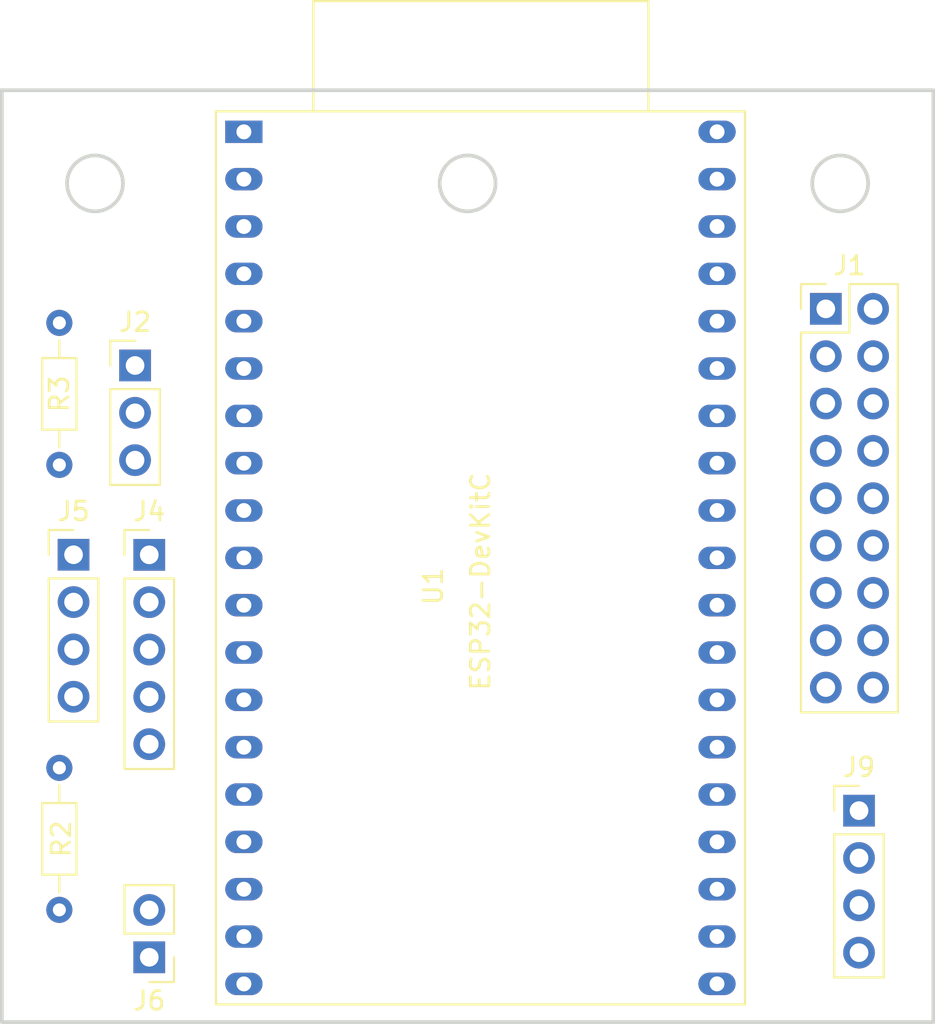
<source format=kicad_pcb>
(kicad_pcb (version 20221018) (generator pcbnew)
  (layers (0 "F.Cu" signal) (31 "B.Cu" signal) (34 "B.Paste" user) (35 "F.Paste" user) (36 "B.SilkS" user "B.Silkscreen") (37 "F.SilkS" user "F.Silkscreen") (38 "B.Mask" user) (39 "F.Mask" user) (44 "Edge.Cuts" user))
  (net 0 "")
  (net 13 "GND")
  (net 14 "+5V")
  (net 15 "+3.3V")
  (net 16 "SIOC")
  (net 17 "SIOD")
  (net 18 "VSYNC")
  (net 19 "HREF")
  (net 20 "PCLK")
  (net 21 "XCLK")
  (net 22 "D7")
  (net 23 "D6")
  (net 24 "D5")
  (net 25 "D4")
  (net 26 "D3")
  (net 27 "D2")
  (net 28 "D1")
  (net 29 "D0")
  (net 30 "RESET")
  (net 31 "PWON")
  (net 32 "SERVO0")
  (net 33 "SCL")
  (net 34 "SDA")
  (net 35 "HBRIDGE1")
  (net 36 "HBRIDGE2")
  (footprint "Resistor_THT:R_Axial_DIN0204_L3.6mm_D1.6mm_P7.62mm_Horizontal" (layer "F.Cu") (at 53.086 93.98 90)
    (fp_text reference "R2" (at 3.81 0.102 90) (layer "F.SilkS"))
    (fp_text value "10k" hide)
    (fp_line (start 0.94 0) (end 1.89 0) (stroke (width 0.12)) (layer "F.SilkS"))
    (fp_line (start 1.89 -0.92) (end 1.89 0.92) (stroke (width 0.12)) (layer "F.SilkS"))
    (fp_line (start 1.89 0.92) (end 5.73 0.92) (stroke (width 0.12)) (layer "F.SilkS"))
    (fp_line (start 5.73 -0.92) (end 1.89 -0.92) (stroke (width 0.12)) (layer "F.SilkS"))
    (fp_line (start 5.73 0.92) (end 5.73 -0.92) (stroke (width 0.12)) (layer "F.SilkS"))
    (fp_line (start 6.68 0) (end 5.73 0) (stroke (width 0.12)) (layer "F.SilkS"))
    (pad "1" thru_hole circle (at 0 0 90) (size 1.4 1.4) (drill 0.7) (layers "*.Cu" "*.Mask") (net 15 "+3.3V"))
    (pad "2" thru_hole oval (at 7.62 0 90) (size 1.4 1.4) (drill 0.7) (layers "*.Cu" "*.Mask") (net 34 "SDA"))
  )
  (footprint "Connector_PinHeader_2.54mm:PinHeader_1x02_P2.54mm_Vertical" (layer "F.Cu") (at 57.912 96.525 180)
    (fp_text reference "J6" (at 0 -2.33) (layer "F.SilkS"))
    (fp_text value "Source" hide)
    (fp_line (start -1.33 -1.33) (end 0 -1.33) (stroke (width 0.12)) (layer "F.SilkS"))
    (fp_line (start -1.33 0) (end -1.33 -1.33) (stroke (width 0.12)) (layer "F.SilkS"))
    (fp_line (start -1.33 1.27) (end -1.33 3.87) (stroke (width 0.12)) (layer "F.SilkS"))
    (fp_line (start -1.33 1.27) (end 1.33 1.27) (stroke (width 0.12)) (layer "F.SilkS"))
    (fp_line (start -1.33 3.87) (end 1.33 3.87) (stroke (width 0.12)) (layer "F.SilkS"))
    (fp_line (start 1.33 1.27) (end 1.33 3.87) (stroke (width 0.12)) (layer "F.SilkS"))
    (pad "1" thru_hole rect (at 0 0 180) (size 1.7 1.7) (drill 1) (layers "*.Cu" "*.Mask") (net 14 "+5V"))
    (pad "2" thru_hole oval (at 0 2.54 180) (size 1.7 1.7) (drill 1) (layers "*.Cu" "*.Mask") (net 13 "GND"))
  )
  (footprint "Resistor_THT:R_Axial_DIN0204_L3.6mm_D1.6mm_P7.62mm_Horizontal" (layer "F.Cu") (at 53.086 62.484 -90)
    (fp_text reference "R3" (at 3.81 0 90) (layer "F.SilkS"))
    (fp_text value "10k" hide)
    (fp_line (start 0.94 0) (end 1.89 0) (stroke (width 0.12)) (layer "F.SilkS"))
    (fp_line (start 1.89 -0.92) (end 1.89 0.92) (stroke (width 0.12)) (layer "F.SilkS"))
    (fp_line (start 1.89 0.92) (end 5.73 0.92) (stroke (width 0.12)) (layer "F.SilkS"))
    (fp_line (start 5.73 -0.92) (end 1.89 -0.92) (stroke (width 0.12)) (layer "F.SilkS"))
    (fp_line (start 5.73 0.92) (end 5.73 -0.92) (stroke (width 0.12)) (layer "F.SilkS"))
    (fp_line (start 6.68 0) (end 5.73 0) (stroke (width 0.12)) (layer "F.SilkS"))
    (pad "1" thru_hole circle (at 0 0 270) (size 1.4 1.4) (drill 0.7) (layers "*.Cu" "*.Mask") (net 15 "+3.3V"))
    (pad "2" thru_hole oval (at 7.62 0 270) (size 1.4 1.4) (drill 0.7) (layers "*.Cu" "*.Mask") (net 33 "SCL"))
  )
  (footprint "ESP:ESP32-DevKitC" (layer "F.Cu") (at 62.992 52.23256)
    (fp_text reference "U1" (at 10.16 24.384 90) (layer "F.SilkS"))
    (fp_text value "ESP32-DevKitC" (at 12.7 24.13 90) (layer "F.SilkS"))
    (fp_line (start -1.5 46.82) (end 26.899999 46.82) (stroke (width 0.12)) (layer "F.SilkS"))
    (fp_line (start -1.499999 -1.1) (end -1.5 46.82) (stroke (width 0.12)) (layer "F.SilkS"))
    (fp_line (start 3.73012 -7.01312) (end 21.71332 -7.01312) (stroke (width 0.12)) (layer "F.SilkS"))
    (fp_line (start 3.73012 -1.12032) (end 3.73012 -7.01312) (stroke (width 0.12)) (layer "F.SilkS"))
    (fp_line (start 21.71332 -7.01312) (end 21.71332 -1.12032) (stroke (width 0.12)) (layer "F.SilkS"))
    (fp_line (start 26.899999 46.82) (end 26.9 -1.1) (stroke (width 0.12)) (layer "F.SilkS"))
    (fp_line (start 26.9 -1.1) (end -1.499999 -1.1) (stroke (width 0.12)) (layer "F.SilkS"))
    (pad "1" thru_hole rect (at 0 0 270) (size 1.2 2) (drill 0.8) (layers "*.Cu" "*.Mask") (net 15 "+3.3V"))
    (pad "2" thru_hole oval (at 0 2.54 270) (size 1.2 2) (drill 0.8) (layers "*.Cu" "*.Mask"))
    (pad "3" thru_hole oval (at 0 5.08 270) (size 1.2 2) (drill 0.8) (layers "*.Cu" "*.Mask") (net 25 "D4"))
    (pad "4" thru_hole oval (at 0 7.62 270) (size 1.2 2) (drill 0.8) (layers "*.Cu" "*.Mask") (net 24 "D5"))
    (pad "5" thru_hole oval (at 0 10.16 270) (size 1.2 2) (drill 0.8) (layers "*.Cu" "*.Mask") (net 23 "D6"))
    (pad "6" thru_hole oval (at 0 12.7 270) (size 1.2 2) (drill 0.8) (layers "*.Cu" "*.Mask") (net 22 "D7"))
    (pad "7" thru_hole oval (at 0 15.24 270) (size 1.2 2) (drill 0.8) (layers "*.Cu" "*.Mask") (net 31 "PWON"))
    (pad "8" thru_hole oval (at 0 17.78 270) (size 1.2 2) (drill 0.8) (layers "*.Cu" "*.Mask") (net 32 "SERVO0"))
    (pad "9" thru_hole oval (at 0 20.32 270) (size 1.2 2) (drill 0.8) (layers "*.Cu" "*.Mask") (net 18 "VSYNC"))
    (pad "10" thru_hole oval (at 0 22.86 270) (size 1.2 2) (drill 0.8) (layers "*.Cu" "*.Mask") (net 17 "SIOD"))
    (pad "11" thru_hole oval (at 0 25.4 270) (size 1.2 2) (drill 0.8) (layers "*.Cu" "*.Mask") (net 16 "SIOC"))
    (pad "12" thru_hole oval (at 0 27.94 270) (size 1.2 2) (drill 0.8) (layers "*.Cu" "*.Mask") (net 33 "SCL"))
    (pad "13" thru_hole oval (at 0 30.48 270) (size 1.2 2) (drill 0.8) (layers "*.Cu" "*.Mask") (net 34 "SDA"))
    (pad "14" thru_hole oval (at 0 33.02 270) (size 1.2 2) (drill 0.8) (layers "*.Cu" "*.Mask") (net 13 "GND"))
    (pad "15" thru_hole oval (at 0 35.56 270) (size 1.2 2) (drill 0.8) (layers "*.Cu" "*.Mask") (net 21 "XCLK"))
    (pad "16" thru_hole oval (at 0 38.1 270) (size 1.2 2) (drill 0.8) (layers "*.Cu" "*.Mask"))
    (pad "17" thru_hole oval (at 0 40.64 270) (size 1.2 2) (drill 0.8) (layers "*.Cu" "*.Mask"))
    (pad "18" thru_hole oval (at 0 43.18 270) (size 1.2 2) (drill 0.8) (layers "*.Cu" "*.Mask"))
    (pad "19" thru_hole oval (at 0 45.72 270) (size 1.2 2) (drill 0.8) (layers "*.Cu" "*.Mask") (net 14 "+5V"))
    (pad "20" thru_hole oval (at 25.39632 45.71728 270) (size 1.2 2) (drill 0.8) (layers "*.Cu" "*.Mask"))
    (pad "21" thru_hole oval (at 25.39632 43.17728 270) (size 1.2 2) (drill 0.8) (layers "*.Cu" "*.Mask"))
    (pad "22" thru_hole oval (at 25.4 40.64 270) (size 1.2 2) (drill 0.8) (layers "*.Cu" "*.Mask"))
    (pad "23" thru_hole oval (at 25.4 38.1 270) (size 1.2 2) (drill 0.8) (layers "*.Cu" "*.Mask"))
    (pad "24" thru_hole oval (at 25.4 35.56 270) (size 1.2 2) (drill 0.8) (layers "*.Cu" "*.Mask"))
    (pad "25" thru_hole oval (at 25.4 33.02 270) (size 1.2 2) (drill 0.8) (layers "*.Cu" "*.Mask"))
    (pad "26" thru_hole oval (at 25.4 30.48 270) (size 1.2 2) (drill 0.8) (layers "*.Cu" "*.Mask"))
    (pad "27" thru_hole oval (at 25.4 27.94 270) (size 1.2 2) (drill 0.8) (layers "*.Cu" "*.Mask") (net 35 "HBRIDGE1"))
    (pad "28" thru_hole oval (at 25.4 25.4 270) (size 1.2 2) (drill 0.8) (layers "*.Cu" "*.Mask") (net 36 "HBRIDGE2"))
    (pad "29" thru_hole oval (at 25.4 22.86 270) (size 1.2 2) (drill 0.8) (layers "*.Cu" "*.Mask") (net 29 "D0"))
    (pad "30" thru_hole oval (at 25.4 20.32 270) (size 1.2 2) (drill 0.8) (layers "*.Cu" "*.Mask") (net 28 "D1"))
    (pad "31" thru_hole oval (at 25.4 17.78 270) (size 1.2 2) (drill 0.8) (layers "*.Cu" "*.Mask") (net 27 "D2"))
    (pad "32" thru_hole oval (at 25.4 15.24 270) (size 1.2 2) (drill 0.8) (layers "*.Cu" "*.Mask") (net 13 "GND"))
    (pad "33" thru_hole oval (at 25.4 12.7 270) (size 1.2 2) (drill 0.8) (layers "*.Cu" "*.Mask") (net 26 "D3"))
    (pad "34" thru_hole oval (at 25.4 10.16 270) (size 1.2 2) (drill 0.8) (layers "*.Cu" "*.Mask"))
    (pad "35" thru_hole oval (at 25.4 7.62 270) (size 1.2 2) (drill 0.8) (layers "*.Cu" "*.Mask"))
    (pad "36" thru_hole oval (at 25.4 5.08 270) (size 1.2 2) (drill 0.8) (layers "*.Cu" "*.Mask") (net 20 "PCLK"))
    (pad "37" thru_hole oval (at 25.4 2.54 270) (size 1.2 2) (drill 0.8) (layers "*.Cu" "*.Mask") (net 19 "HREF"))
    (pad "38" thru_hole oval (at 25.4 0 270) (size 1.2 2) (drill 0.8) (layers "*.Cu" "*.Mask") (net 13 "GND"))
  )
  (footprint "Connector_PinHeader_2.54mm:PinHeader_1x04_P2.54mm_Vertical" (layer "F.Cu") (at 96.012 88.656)
    (fp_text reference "J9" (at 0 -2.33) (layer "F.SilkS"))
    (fp_text value "H Bridge" hide)
    (fp_line (start -1.33 -1.33) (end 0 -1.33) (stroke (width 0.12)) (layer "F.SilkS"))
    (fp_line (start -1.33 0) (end -1.33 -1.33) (stroke (width 0.12)) (layer "F.SilkS"))
    (fp_line (start -1.33 1.27) (end -1.33 8.95) (stroke (width 0.12)) (layer "F.SilkS"))
    (fp_line (start -1.33 1.27) (end 1.33 1.27) (stroke (width 0.12)) (layer "F.SilkS"))
    (fp_line (start -1.33 8.95) (end 1.33 8.95) (stroke (width 0.12)) (layer "F.SilkS"))
    (fp_line (start 1.33 1.27) (end 1.33 8.95) (stroke (width 0.12)) (layer "F.SilkS"))
    (pad "1" thru_hole rect (at 0 0) (size 1.7 1.7) (drill 1) (layers "*.Cu" "*.Mask") (net 15 "+3.3V"))
    (pad "2" thru_hole oval (at 0 2.54) (size 1.7 1.7) (drill 1) (layers "*.Cu" "*.Mask") (net 36 "HBRIDGE2"))
    (pad "3" thru_hole oval (at 0 5.08) (size 1.7 1.7) (drill 1) (layers "*.Cu" "*.Mask") (net 35 "HBRIDGE1"))
    (pad "4" thru_hole oval (at 0 7.62) (size 1.7 1.7) (drill 1) (layers "*.Cu" "*.Mask") (net 13 "GND"))
  )
  (footprint "Connector_PinHeader_2.54mm:PinHeader_1x04_P2.54mm_Vertical" (layer "F.Cu") (at 53.848 74.925)
    (fp_text reference "J5" (at 0 -2.33) (layer "F.SilkS"))
    (fp_text value "BME" hide)
    (fp_line (start -1.33 -1.33) (end 0 -1.33) (stroke (width 0.12)) (layer "F.SilkS"))
    (fp_line (start -1.33 0) (end -1.33 -1.33) (stroke (width 0.12)) (layer "F.SilkS"))
    (fp_line (start -1.33 1.27) (end -1.33 8.95) (stroke (width 0.12)) (layer "F.SilkS"))
    (fp_line (start -1.33 1.27) (end 1.33 1.27) (stroke (width 0.12)) (layer "F.SilkS"))
    (fp_line (start -1.33 8.95) (end 1.33 8.95) (stroke (width 0.12)) (layer "F.SilkS"))
    (fp_line (start 1.33 1.27) (end 1.33 8.95) (stroke (width 0.12)) (layer "F.SilkS"))
    (pad "1" thru_hole rect (at 0 0) (size 1.7 1.7) (drill 1) (layers "*.Cu" "*.Mask") (net 15 "+3.3V"))
    (pad "2" thru_hole oval (at 0 2.54) (size 1.7 1.7) (drill 1) (layers "*.Cu" "*.Mask") (net 13 "GND"))
    (pad "3" thru_hole oval (at 0 5.08) (size 1.7 1.7) (drill 1) (layers "*.Cu" "*.Mask") (net 33 "SCL"))
    (pad "4" thru_hole oval (at 0 7.62) (size 1.7 1.7) (drill 1) (layers "*.Cu" "*.Mask") (net 34 "SDA"))
  )
  (footprint "Connector_PinHeader_2.54mm:PinHeader_1x05_P2.54mm_Vertical" (layer "F.Cu") (at 57.912 74.93)
    (fp_text reference "J4" (at 0 -2.33) (layer "F.SilkS"))
    (fp_text value "ADS1115" hide)
    (fp_line (start -1.33 -1.33) (end 0 -1.33) (stroke (width 0.12)) (layer "F.SilkS"))
    (fp_line (start -1.33 0) (end -1.33 -1.33) (stroke (width 0.12)) (layer "F.SilkS"))
    (fp_line (start -1.33 1.27) (end -1.33 11.49) (stroke (width 0.12)) (layer "F.SilkS"))
    (fp_line (start -1.33 1.27) (end 1.33 1.27) (stroke (width 0.12)) (layer "F.SilkS"))
    (fp_line (start -1.33 11.49) (end 1.33 11.49) (stroke (width 0.12)) (layer "F.SilkS"))
    (fp_line (start 1.33 1.27) (end 1.33 11.49) (stroke (width 0.12)) (layer "F.SilkS"))
    (pad "1" thru_hole rect (at 0 0) (size 1.7 1.7) (drill 1) (layers "*.Cu" "*.Mask") (net 15 "+3.3V"))
    (pad "2" thru_hole oval (at 0 2.54) (size 1.7 1.7) (drill 1) (layers "*.Cu" "*.Mask") (net 13 "GND"))
    (pad "3" thru_hole oval (at 0 5.08) (size 1.7 1.7) (drill 1) (layers "*.Cu" "*.Mask") (net 33 "SCL"))
    (pad "4" thru_hole oval (at 0 7.62) (size 1.7 1.7) (drill 1) (layers "*.Cu" "*.Mask") (net 34 "SDA"))
    (pad "5" thru_hole oval (at 0 10.16) (size 1.7 1.7) (drill 1) (layers "*.Cu" "*.Mask") (net 13 "GND"))
  )
  (footprint "Connector_PinHeader_2.54mm:PinHeader_2x09_P2.54mm_Vertical" (layer "F.Cu") (at 94.229 61.732)
    (fp_text reference "J1" (at 1.27 -2.33) (layer "F.SilkS"))
    (fp_text value "CAM" hide)
    (fp_line (start -1.33 -1.33) (end 0 -1.33) (stroke (width 0.12)) (layer "F.SilkS"))
    (fp_line (start -1.33 0) (end -1.33 -1.33) (stroke (width 0.12)) (layer "F.SilkS"))
    (fp_line (start -1.33 1.27) (end -1.33 21.65) (stroke (width 0.12)) (layer "F.SilkS"))
    (fp_line (start -1.33 1.27) (end 1.27 1.27) (stroke (width 0.12)) (layer "F.SilkS"))
    (fp_line (start -1.33 21.65) (end 3.87 21.65) (stroke (width 0.12)) (layer "F.SilkS"))
    (fp_line (start 1.27 -1.33) (end 3.87 -1.33) (stroke (width 0.12)) (layer "F.SilkS"))
    (fp_line (start 1.27 1.27) (end 1.27 -1.33) (stroke (width 0.12)) (layer "F.SilkS"))
    (fp_line (start 3.87 -1.33) (end 3.87 21.65) (stroke (width 0.12)) (layer "F.SilkS"))
    (pad "1" thru_hole rect (at 0 0) (size 1.7 1.7) (drill 1) (layers "*.Cu" "*.Mask") (net 15 "+3.3V"))
    (pad "2" thru_hole oval (at 2.54 0) (size 1.7 1.7) (drill 1) (layers "*.Cu" "*.Mask") (net 13 "GND"))
    (pad "3" thru_hole oval (at 0 2.54) (size 1.7 1.7) (drill 1) (layers "*.Cu" "*.Mask") (net 16 "SIOC"))
    (pad "4" thru_hole oval (at 2.54 2.54) (size 1.7 1.7) (drill 1) (layers "*.Cu" "*.Mask") (net 17 "SIOD"))
    (pad "5" thru_hole oval (at 0 5.08) (size 1.7 1.7) (drill 1) (layers "*.Cu" "*.Mask") (net 18 "VSYNC"))
    (pad "6" thru_hole oval (at 2.54 5.08) (size 1.7 1.7) (drill 1) (layers "*.Cu" "*.Mask") (net 19 "HREF"))
    (pad "7" thru_hole oval (at 0 7.62) (size 1.7 1.7) (drill 1) (layers "*.Cu" "*.Mask") (net 20 "PCLK"))
    (pad "8" thru_hole oval (at 2.54 7.62) (size 1.7 1.7) (drill 1) (layers "*.Cu" "*.Mask") (net 21 "XCLK"))
    (pad "9" thru_hole oval (at 0 10.16) (size 1.7 1.7) (drill 1) (layers "*.Cu" "*.Mask") (net 22 "D7"))
    (pad "10" thru_hole oval (at 2.54 10.16) (size 1.7 1.7) (drill 1) (layers "*.Cu" "*.Mask") (net 23 "D6"))
    (pad "11" thru_hole oval (at 0 12.7) (size 1.7 1.7) (drill 1) (layers "*.Cu" "*.Mask") (net 24 "D5"))
    (pad "12" thru_hole oval (at 2.54 12.7) (size 1.7 1.7) (drill 1) (layers "*.Cu" "*.Mask") (net 25 "D4"))
    (pad "13" thru_hole oval (at 0 15.24) (size 1.7 1.7) (drill 1) (layers "*.Cu" "*.Mask") (net 26 "D3"))
    (pad "14" thru_hole oval (at 2.54 15.24) (size 1.7 1.7) (drill 1) (layers "*.Cu" "*.Mask") (net 27 "D2"))
    (pad "15" thru_hole oval (at 0 17.78) (size 1.7 1.7) (drill 1) (layers "*.Cu" "*.Mask") (net 28 "D1"))
    (pad "16" thru_hole oval (at 2.54 17.78) (size 1.7 1.7) (drill 1) (layers "*.Cu" "*.Mask") (net 29 "D0"))
    (pad "17" thru_hole oval (at 0 20.32) (size 1.7 1.7) (drill 1) (layers "*.Cu" "*.Mask") (net 30 "RESET"))
    (pad "18" thru_hole oval (at 2.54 20.32) (size 1.7 1.7) (drill 1) (layers "*.Cu" "*.Mask") (net 31 "PWON"))
  )
  (footprint "Connector_PinHeader_2.54mm:PinHeader_1x03_P2.54mm_Vertical" (layer "F.Cu") (at 57.15 64.77)
    (fp_text reference "J2" (at 0 -2.33) (layer "F.SilkS"))
    (fp_text value "Servo" hide)
    (fp_line (start -1.33 -1.33) (end 0 -1.33) (stroke (width 0.12)) (layer "F.SilkS"))
    (fp_line (start -1.33 0) (end -1.33 -1.33) (stroke (width 0.12)) (layer "F.SilkS"))
    (fp_line (start -1.33 1.27) (end -1.33 6.41) (stroke (width 0.12)) (layer "F.SilkS"))
    (fp_line (start -1.33 1.27) (end 1.33 1.27) (stroke (width 0.12)) (layer "F.SilkS"))
    (fp_line (start -1.33 6.41) (end 1.33 6.41) (stroke (width 0.12)) (layer "F.SilkS"))
    (fp_line (start 1.33 1.27) (end 1.33 6.41) (stroke (width 0.12)) (layer "F.SilkS"))
    (pad "1" thru_hole rect (at 0 0) (size 1.7 1.7) (drill 1) (layers "*.Cu" "*.Mask") (net 15 "+3.3V"))
    (pad "2" thru_hole oval (at 0 2.54) (size 1.7 1.7) (drill 1) (layers "*.Cu" "*.Mask") (net 13 "GND"))
    (pad "3" thru_hole oval (at 0 5.08) (size 1.7 1.7) (drill 1) (layers "*.Cu" "*.Mask") (net 32 "SERVO0"))
  )
  (gr_circle (center 75 55) (end 76.5 55) (stroke (width 0.2)) (fill none) (layer "Edge.Cuts"))
  (gr_rect (start 50 50) (end 100 100) (stroke (width 0.2)) (fill none) (layer "Edge.Cuts"))
  (gr_circle (center 55 55) (end 56.5 55) (stroke (width 0.2)) (fill none) (layer "Edge.Cuts"))
  (gr_circle (center 95 55) (end 96.5 55) (stroke (width 0.2)) (fill none) (layer "Edge.Cuts"))
)
</source>
